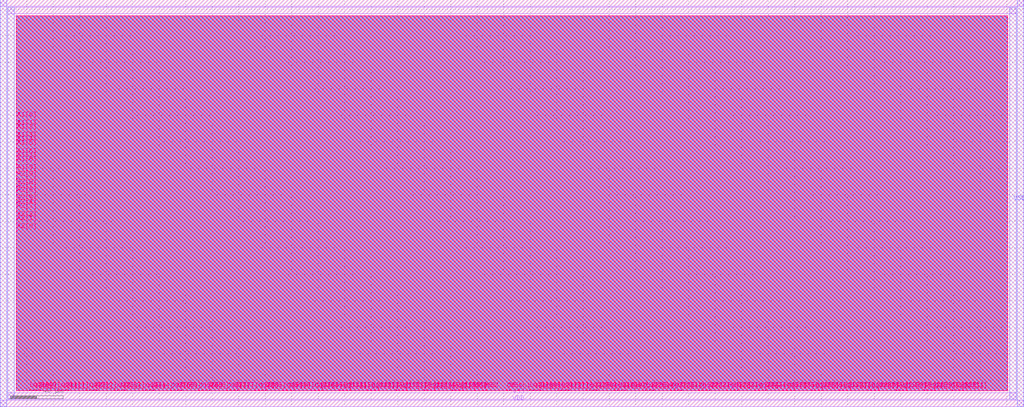
<source format=lef>
VERSION 5.6 ;
BUSBITCHARS "[]" ;
DIVIDERCHAR "/" ;

MACRO MEM2_1024X32
  CLASS BLOCK ;
  ORIGIN 0 0 ;
  FOREIGN MEM2_1024X32 0 0 ;
  SIZE 772.885 BY 307.3 ;
  SYMMETRY X Y R90 ;
  PIN A1[0]
    DIRECTION INPUT ;
    USE SIGNAL ;
    PORT
      LAYER Metal5 ;
        RECT 12 216.54 12.66 217.2 ;
      LAYER Metal6 ;
        RECT 12 216.54 12.66 217.2 ;
      LAYER Metal3 ;
        RECT 12 216.54 12.66 217.2 ;
      LAYER Metal4 ;
        RECT 12 216.54 12.66 217.2 ;
    END
  END A1[0]
  PIN A1[1]
    DIRECTION INPUT ;
    USE SIGNAL ;
    PORT
      LAYER Metal5 ;
        RECT 12 210.42 12.66 211.08 ;
      LAYER Metal6 ;
        RECT 12 210.42 12.66 211.08 ;
      LAYER Metal3 ;
        RECT 12 210.42 12.66 211.08 ;
      LAYER Metal4 ;
        RECT 12 210.42 12.66 211.08 ;
    END
  END A1[1]
  PIN A1[2]
    DIRECTION INPUT ;
    USE SIGNAL ;
    PORT
      LAYER Metal5 ;
        RECT 12 207.32 12.66 207.98 ;
      LAYER Metal6 ;
        RECT 12 207.32 12.66 207.98 ;
      LAYER Metal3 ;
        RECT 12 207.32 12.66 207.98 ;
      LAYER Metal4 ;
        RECT 12 207.32 12.66 207.98 ;
    END
  END A1[2]
  PIN A1[3]
    DIRECTION INPUT ;
    USE SIGNAL ;
    PORT
      LAYER Metal5 ;
        RECT 12 201.2 12.66 201.86 ;
      LAYER Metal6 ;
        RECT 12 201.2 12.66 201.86 ;
      LAYER Metal3 ;
        RECT 12 201.2 12.66 201.86 ;
      LAYER Metal4 ;
        RECT 12 201.2 12.66 201.86 ;
    END
  END A1[3]
  PIN A1[4]
    DIRECTION INPUT ;
    USE SIGNAL ;
    PORT
      LAYER Metal5 ;
        RECT 12 198.18 12.66 198.84 ;
      LAYER Metal6 ;
        RECT 12 198.18 12.66 198.84 ;
      LAYER Metal3 ;
        RECT 12 198.18 12.66 198.84 ;
      LAYER Metal4 ;
        RECT 12 198.18 12.66 198.84 ;
    END
  END A1[4]
  PIN A1[5]
    DIRECTION INPUT ;
    USE SIGNAL ;
    PORT
      LAYER Metal5 ;
        RECT 12 195.08 12.66 195.74 ;
      LAYER Metal6 ;
        RECT 12 195.08 12.66 195.74 ;
      LAYER Metal3 ;
        RECT 12 195.08 12.66 195.74 ;
      LAYER Metal4 ;
        RECT 12 195.08 12.66 195.74 ;
    END
  END A1[5]
  PIN A1[6]
    DIRECTION INPUT ;
    USE SIGNAL ;
    PORT
      LAYER Metal5 ;
        RECT 12 188.96 12.66 189.62 ;
      LAYER Metal6 ;
        RECT 12 188.96 12.66 189.62 ;
      LAYER Metal3 ;
        RECT 12 188.96 12.66 189.62 ;
      LAYER Metal4 ;
        RECT 12 188.96 12.66 189.62 ;
    END
  END A1[6]
  PIN A1[7]
    DIRECTION INPUT ;
    USE SIGNAL ;
    PORT
      LAYER Metal5 ;
        RECT 12 185.94 12.66 186.6 ;
      LAYER Metal6 ;
        RECT 12 185.94 12.66 186.6 ;
      LAYER Metal3 ;
        RECT 12 185.94 12.66 186.6 ;
      LAYER Metal4 ;
        RECT 12 185.94 12.66 186.6 ;
    END
  END A1[7]
  PIN A1[8]
    DIRECTION INPUT ;
    USE SIGNAL ;
    PORT
      LAYER Metal5 ;
        RECT 12 182.84 12.66 183.5 ;
      LAYER Metal6 ;
        RECT 12 182.84 12.66 183.5 ;
      LAYER Metal3 ;
        RECT 12 182.84 12.66 183.5 ;
      LAYER Metal4 ;
        RECT 12 182.84 12.66 183.5 ;
    END
  END A1[8]
  PIN A1[9]
    DIRECTION INPUT ;
    USE SIGNAL ;
    PORT
      LAYER Metal5 ;
        RECT 12 176.72 12.66 177.38 ;
      LAYER Metal6 ;
        RECT 12 176.72 12.66 177.38 ;
      LAYER Metal3 ;
        RECT 12 176.72 12.66 177.38 ;
      LAYER Metal4 ;
        RECT 12 176.72 12.66 177.38 ;
    END
  END A1[9]
  PIN A2[0]
    DIRECTION INPUT ;
    USE SIGNAL ;
    PORT
      LAYER Metal5 ;
        RECT 12 132.16 12.66 132.82 ;
      LAYER Metal6 ;
        RECT 12 132.16 12.66 132.82 ;
      LAYER Metal3 ;
        RECT 12 132.16 12.66 132.82 ;
      LAYER Metal4 ;
        RECT 12 132.16 12.66 132.82 ;
    END
  END A2[0]
  PIN A2[1]
    DIRECTION INPUT ;
    USE SIGNAL ;
    PORT
      LAYER Metal5 ;
        RECT 12 138.28 12.66 138.94 ;
      LAYER Metal6 ;
        RECT 12 138.28 12.66 138.94 ;
      LAYER Metal3 ;
        RECT 12 138.28 12.66 138.94 ;
      LAYER Metal4 ;
        RECT 12 138.28 12.66 138.94 ;
    END
  END A2[1]
  PIN A2[2]
    DIRECTION INPUT ;
    USE SIGNAL ;
    PORT
      LAYER Metal5 ;
        RECT 12 141.38 12.66 142.04 ;
      LAYER Metal6 ;
        RECT 12 141.38 12.66 142.04 ;
      LAYER Metal3 ;
        RECT 12 141.38 12.66 142.04 ;
      LAYER Metal4 ;
        RECT 12 141.38 12.66 142.04 ;
    END
  END A2[2]
  PIN A2[3]
    DIRECTION INPUT ;
    USE SIGNAL ;
    PORT
      LAYER Metal5 ;
        RECT 12 147.5 12.66 148.16 ;
      LAYER Metal6 ;
        RECT 12 147.5 12.66 148.16 ;
      LAYER Metal3 ;
        RECT 12 147.5 12.66 148.16 ;
      LAYER Metal4 ;
        RECT 12 147.5 12.66 148.16 ;
    END
  END A2[3]
  PIN A2[4]
    DIRECTION INPUT ;
    USE SIGNAL ;
    PORT
      LAYER Metal5 ;
        RECT 12 150.52 12.66 151.18 ;
      LAYER Metal6 ;
        RECT 12 150.52 12.66 151.18 ;
      LAYER Metal3 ;
        RECT 12 150.52 12.66 151.18 ;
      LAYER Metal4 ;
        RECT 12 150.52 12.66 151.18 ;
    END
  END A2[4]
  PIN A2[5]
    DIRECTION INPUT ;
    USE SIGNAL ;
    PORT
      LAYER Metal5 ;
        RECT 12 153.62 12.66 154.28 ;
      LAYER Metal6 ;
        RECT 12 153.62 12.66 154.28 ;
      LAYER Metal3 ;
        RECT 12 153.62 12.66 154.28 ;
      LAYER Metal4 ;
        RECT 12 153.62 12.66 154.28 ;
    END
  END A2[5]
  PIN A2[6]
    DIRECTION INPUT ;
    USE SIGNAL ;
    PORT
      LAYER Metal5 ;
        RECT 12 159.74 12.66 160.4 ;
      LAYER Metal6 ;
        RECT 12 159.74 12.66 160.4 ;
      LAYER Metal3 ;
        RECT 12 159.74 12.66 160.4 ;
      LAYER Metal4 ;
        RECT 12 159.74 12.66 160.4 ;
    END
  END A2[6]
  PIN A2[7]
    DIRECTION INPUT ;
    USE SIGNAL ;
    PORT
      LAYER Metal5 ;
        RECT 12 162.76 12.66 163.42 ;
      LAYER Metal6 ;
        RECT 12 162.76 12.66 163.42 ;
      LAYER Metal3 ;
        RECT 12 162.76 12.66 163.42 ;
      LAYER Metal4 ;
        RECT 12 162.76 12.66 163.42 ;
    END
  END A2[7]
  PIN A2[8]
    DIRECTION INPUT ;
    USE SIGNAL ;
    PORT
      LAYER Metal5 ;
        RECT 12 165.86 12.66 166.52 ;
      LAYER Metal6 ;
        RECT 12 165.86 12.66 166.52 ;
      LAYER Metal3 ;
        RECT 12 165.86 12.66 166.52 ;
      LAYER Metal4 ;
        RECT 12 165.86 12.66 166.52 ;
    END
  END A2[8]
  PIN A2[9]
    DIRECTION INPUT ;
    USE SIGNAL ;
    PORT
      LAYER Metal5 ;
        RECT 12 171.98 12.66 172.64 ;
      LAYER Metal6 ;
        RECT 12 171.98 12.66 172.64 ;
      LAYER Metal3 ;
        RECT 12 171.98 12.66 172.64 ;
      LAYER Metal4 ;
        RECT 12 171.98 12.66 172.64 ;
    END
  END A2[9]
  PIN CE1
    DIRECTION INPUT ;
    USE SIGNAL ;
    PORT
      LAYER Metal5 ;
        RECT 382.025 12 382.685 12.66 ;
      LAYER Metal6 ;
        RECT 382.025 12 382.685 12.66 ;
      LAYER Metal3 ;
        RECT 382.025 12 382.685 12.66 ;
      LAYER Metal4 ;
        RECT 382.025 12 382.685 12.66 ;
    END
  END CE1
  PIN CE2
    DIRECTION INPUT ;
    USE SIGNAL ;
    PORT
      LAYER Metal5 ;
        RECT 366.6 12 367.26 12.66 ;
      LAYER Metal6 ;
        RECT 366.6 12 367.26 12.66 ;
      LAYER Metal3 ;
        RECT 366.6 12 367.26 12.66 ;
      LAYER Metal4 ;
        RECT 366.6 12 367.26 12.66 ;
    END
  END CE2
  PIN CK1
    DIRECTION INPUT ;
    USE SIGNAL ;
    PORT
      LAYER Metal5 ;
        RECT 390.65 12 391.31 12.66 ;
      LAYER Metal6 ;
        RECT 390.65 12 391.31 12.66 ;
      LAYER Metal3 ;
        RECT 390.65 12 391.31 12.66 ;
      LAYER Metal4 ;
        RECT 390.65 12 391.31 12.66 ;
    END
  END CK1
  PIN CK2
    DIRECTION INPUT ;
    USE SIGNAL ;
    PORT
      LAYER Metal5 ;
        RECT 357.975 12 358.635 12.66 ;
      LAYER Metal6 ;
        RECT 357.975 12 358.635 12.66 ;
      LAYER Metal3 ;
        RECT 357.975 12 358.635 12.66 ;
      LAYER Metal4 ;
        RECT 357.975 12 358.635 12.66 ;
    END
  END CK2
  PIN D1[0]
    DIRECTION INPUT ;
    USE SIGNAL ;
    PORT
      LAYER Metal5 ;
        RECT 21.91 12 22.57 12.66 ;
      LAYER Metal6 ;
        RECT 21.91 12 22.57 12.66 ;
      LAYER Metal3 ;
        RECT 21.91 12 22.57 12.66 ;
      LAYER Metal4 ;
        RECT 21.91 12 22.57 12.66 ;
    END
  END D1[0]
  PIN D1[10]
    DIRECTION INPUT ;
    USE SIGNAL ;
    PORT
      LAYER Metal5 ;
        RECT 234.71 12 235.37 12.66 ;
      LAYER Metal6 ;
        RECT 234.71 12 235.37 12.66 ;
      LAYER Metal3 ;
        RECT 234.71 12 235.37 12.66 ;
      LAYER Metal4 ;
        RECT 234.71 12 235.37 12.66 ;
    END
  END D1[10]
  PIN D1[11]
    DIRECTION INPUT ;
    USE SIGNAL ;
    PORT
      LAYER Metal5 ;
        RECT 264.03 12 264.69 12.66 ;
      LAYER Metal6 ;
        RECT 264.03 12 264.69 12.66 ;
      LAYER Metal3 ;
        RECT 264.03 12 264.69 12.66 ;
      LAYER Metal4 ;
        RECT 264.03 12 264.69 12.66 ;
    END
  END D1[11]
  PIN D1[12]
    DIRECTION INPUT ;
    USE SIGNAL ;
    PORT
      LAYER Metal5 ;
        RECT 277.27 12 277.93 12.66 ;
      LAYER Metal6 ;
        RECT 277.27 12 277.93 12.66 ;
      LAYER Metal3 ;
        RECT 277.27 12 277.93 12.66 ;
      LAYER Metal4 ;
        RECT 277.27 12 277.93 12.66 ;
    END
  END D1[12]
  PIN D1[13]
    DIRECTION INPUT ;
    USE SIGNAL ;
    PORT
      LAYER Metal5 ;
        RECT 306.59 12 307.25 12.66 ;
      LAYER Metal6 ;
        RECT 306.59 12 307.25 12.66 ;
      LAYER Metal3 ;
        RECT 306.59 12 307.25 12.66 ;
      LAYER Metal4 ;
        RECT 306.59 12 307.25 12.66 ;
    END
  END D1[13]
  PIN D1[14]
    DIRECTION INPUT ;
    USE SIGNAL ;
    PORT
      LAYER Metal5 ;
        RECT 319.83 12 320.49 12.66 ;
      LAYER Metal6 ;
        RECT 319.83 12 320.49 12.66 ;
      LAYER Metal3 ;
        RECT 319.83 12 320.49 12.66 ;
      LAYER Metal4 ;
        RECT 319.83 12 320.49 12.66 ;
    END
  END D1[14]
  PIN D1[15]
    DIRECTION INPUT ;
    USE SIGNAL ;
    PORT
      LAYER Metal5 ;
        RECT 349.15 12 349.81 12.66 ;
      LAYER Metal6 ;
        RECT 349.15 12 349.81 12.66 ;
      LAYER Metal3 ;
        RECT 349.15 12 349.81 12.66 ;
      LAYER Metal4 ;
        RECT 349.15 12 349.81 12.66 ;
    END
  END D1[15]
  PIN D1[16]
    DIRECTION INPUT ;
    USE SIGNAL ;
    PORT
      LAYER Metal5 ;
        RECT 399.475 12 400.135 12.66 ;
      LAYER Metal6 ;
        RECT 399.475 12 400.135 12.66 ;
      LAYER Metal3 ;
        RECT 399.475 12 400.135 12.66 ;
      LAYER Metal4 ;
        RECT 399.475 12 400.135 12.66 ;
    END
  END D1[16]
  PIN D1[17]
    DIRECTION INPUT ;
    USE SIGNAL ;
    PORT
      LAYER Metal5 ;
        RECT 428.795 12 429.455 12.66 ;
      LAYER Metal6 ;
        RECT 428.795 12 429.455 12.66 ;
      LAYER Metal3 ;
        RECT 428.795 12 429.455 12.66 ;
      LAYER Metal4 ;
        RECT 428.795 12 429.455 12.66 ;
    END
  END D1[17]
  PIN D1[18]
    DIRECTION INPUT ;
    USE SIGNAL ;
    PORT
      LAYER Metal5 ;
        RECT 442.035 12 442.695 12.66 ;
      LAYER Metal6 ;
        RECT 442.035 12 442.695 12.66 ;
      LAYER Metal3 ;
        RECT 442.035 12 442.695 12.66 ;
      LAYER Metal4 ;
        RECT 442.035 12 442.695 12.66 ;
    END
  END D1[18]
  PIN D1[19]
    DIRECTION INPUT ;
    USE SIGNAL ;
    PORT
      LAYER Metal5 ;
        RECT 471.355 12 472.015 12.66 ;
      LAYER Metal6 ;
        RECT 471.355 12 472.015 12.66 ;
      LAYER Metal3 ;
        RECT 471.355 12 472.015 12.66 ;
      LAYER Metal4 ;
        RECT 471.355 12 472.015 12.66 ;
    END
  END D1[19]
  PIN D1[1]
    DIRECTION INPUT ;
    USE SIGNAL ;
    PORT
      LAYER Metal5 ;
        RECT 51.23 12 51.89 12.66 ;
      LAYER Metal6 ;
        RECT 51.23 12 51.89 12.66 ;
      LAYER Metal3 ;
        RECT 51.23 12 51.89 12.66 ;
      LAYER Metal4 ;
        RECT 51.23 12 51.89 12.66 ;
    END
  END D1[1]
  PIN D1[20]
    DIRECTION INPUT ;
    USE SIGNAL ;
    PORT
      LAYER Metal5 ;
        RECT 484.595 12 485.255 12.66 ;
      LAYER Metal6 ;
        RECT 484.595 12 485.255 12.66 ;
      LAYER Metal3 ;
        RECT 484.595 12 485.255 12.66 ;
      LAYER Metal4 ;
        RECT 484.595 12 485.255 12.66 ;
    END
  END D1[20]
  PIN D1[21]
    DIRECTION INPUT ;
    USE SIGNAL ;
    PORT
      LAYER Metal5 ;
        RECT 513.915 12 514.575 12.66 ;
      LAYER Metal6 ;
        RECT 513.915 12 514.575 12.66 ;
      LAYER Metal3 ;
        RECT 513.915 12 514.575 12.66 ;
      LAYER Metal4 ;
        RECT 513.915 12 514.575 12.66 ;
    END
  END D1[21]
  PIN D1[22]
    DIRECTION INPUT ;
    USE SIGNAL ;
    PORT
      LAYER Metal5 ;
        RECT 527.155 12 527.815 12.66 ;
      LAYER Metal6 ;
        RECT 527.155 12 527.815 12.66 ;
      LAYER Metal3 ;
        RECT 527.155 12 527.815 12.66 ;
      LAYER Metal4 ;
        RECT 527.155 12 527.815 12.66 ;
    END
  END D1[22]
  PIN D1[23]
    DIRECTION INPUT ;
    USE SIGNAL ;
    PORT
      LAYER Metal5 ;
        RECT 556.475 12 557.135 12.66 ;
      LAYER Metal6 ;
        RECT 556.475 12 557.135 12.66 ;
      LAYER Metal3 ;
        RECT 556.475 12 557.135 12.66 ;
      LAYER Metal4 ;
        RECT 556.475 12 557.135 12.66 ;
    END
  END D1[23]
  PIN D1[24]
    DIRECTION INPUT ;
    USE SIGNAL ;
    PORT
      LAYER Metal5 ;
        RECT 569.715 12 570.375 12.66 ;
      LAYER Metal6 ;
        RECT 569.715 12 570.375 12.66 ;
      LAYER Metal3 ;
        RECT 569.715 12 570.375 12.66 ;
      LAYER Metal4 ;
        RECT 569.715 12 570.375 12.66 ;
    END
  END D1[24]
  PIN D1[25]
    DIRECTION INPUT ;
    USE SIGNAL ;
    PORT
      LAYER Metal5 ;
        RECT 599.035 12 599.695 12.66 ;
      LAYER Metal6 ;
        RECT 599.035 12 599.695 12.66 ;
      LAYER Metal3 ;
        RECT 599.035 12 599.695 12.66 ;
      LAYER Metal4 ;
        RECT 599.035 12 599.695 12.66 ;
    END
  END D1[25]
  PIN D1[26]
    DIRECTION INPUT ;
    USE SIGNAL ;
    PORT
      LAYER Metal5 ;
        RECT 612.275 12 612.935 12.66 ;
      LAYER Metal6 ;
        RECT 612.275 12 612.935 12.66 ;
      LAYER Metal3 ;
        RECT 612.275 12 612.935 12.66 ;
      LAYER Metal4 ;
        RECT 612.275 12 612.935 12.66 ;
    END
  END D1[26]
  PIN D1[27]
    DIRECTION INPUT ;
    USE SIGNAL ;
    PORT
      LAYER Metal5 ;
        RECT 641.595 12 642.255 12.66 ;
      LAYER Metal6 ;
        RECT 641.595 12 642.255 12.66 ;
      LAYER Metal3 ;
        RECT 641.595 12 642.255 12.66 ;
      LAYER Metal4 ;
        RECT 641.595 12 642.255 12.66 ;
    END
  END D1[27]
  PIN D1[28]
    DIRECTION INPUT ;
    USE SIGNAL ;
    PORT
      LAYER Metal5 ;
        RECT 654.835 12 655.495 12.66 ;
      LAYER Metal6 ;
        RECT 654.835 12 655.495 12.66 ;
      LAYER Metal3 ;
        RECT 654.835 12 655.495 12.66 ;
      LAYER Metal4 ;
        RECT 654.835 12 655.495 12.66 ;
    END
  END D1[28]
  PIN D1[29]
    DIRECTION INPUT ;
    USE SIGNAL ;
    PORT
      LAYER Metal5 ;
        RECT 684.155 12 684.815 12.66 ;
      LAYER Metal6 ;
        RECT 684.155 12 684.815 12.66 ;
      LAYER Metal3 ;
        RECT 684.155 12 684.815 12.66 ;
      LAYER Metal4 ;
        RECT 684.155 12 684.815 12.66 ;
    END
  END D1[29]
  PIN D1[2]
    DIRECTION INPUT ;
    USE SIGNAL ;
    PORT
      LAYER Metal5 ;
        RECT 64.47 12 65.13 12.66 ;
      LAYER Metal6 ;
        RECT 64.47 12 65.13 12.66 ;
      LAYER Metal3 ;
        RECT 64.47 12 65.13 12.66 ;
      LAYER Metal4 ;
        RECT 64.47 12 65.13 12.66 ;
    END
  END D1[2]
  PIN D1[30]
    DIRECTION INPUT ;
    USE SIGNAL ;
    PORT
      LAYER Metal5 ;
        RECT 697.395 12 698.055 12.66 ;
      LAYER Metal6 ;
        RECT 697.395 12 698.055 12.66 ;
      LAYER Metal3 ;
        RECT 697.395 12 698.055 12.66 ;
      LAYER Metal4 ;
        RECT 697.395 12 698.055 12.66 ;
    END
  END D1[30]
  PIN D1[31]
    DIRECTION INPUT ;
    USE SIGNAL ;
    PORT
      LAYER Metal5 ;
        RECT 726.715 12 727.375 12.66 ;
      LAYER Metal6 ;
        RECT 726.715 12 727.375 12.66 ;
      LAYER Metal3 ;
        RECT 726.715 12 727.375 12.66 ;
      LAYER Metal4 ;
        RECT 726.715 12 727.375 12.66 ;
    END
  END D1[31]
  PIN D1[3]
    DIRECTION INPUT ;
    USE SIGNAL ;
    PORT
      LAYER Metal5 ;
        RECT 93.79 12 94.45 12.66 ;
      LAYER Metal6 ;
        RECT 93.79 12 94.45 12.66 ;
      LAYER Metal3 ;
        RECT 93.79 12 94.45 12.66 ;
      LAYER Metal4 ;
        RECT 93.79 12 94.45 12.66 ;
    END
  END D1[3]
  PIN D1[4]
    DIRECTION INPUT ;
    USE SIGNAL ;
    PORT
      LAYER Metal5 ;
        RECT 107.03 12 107.69 12.66 ;
      LAYER Metal6 ;
        RECT 107.03 12 107.69 12.66 ;
      LAYER Metal3 ;
        RECT 107.03 12 107.69 12.66 ;
      LAYER Metal4 ;
        RECT 107.03 12 107.69 12.66 ;
    END
  END D1[4]
  PIN D1[5]
    DIRECTION INPUT ;
    USE SIGNAL ;
    PORT
      LAYER Metal5 ;
        RECT 136.35 12 137.01 12.66 ;
      LAYER Metal6 ;
        RECT 136.35 12 137.01 12.66 ;
      LAYER Metal3 ;
        RECT 136.35 12 137.01 12.66 ;
      LAYER Metal4 ;
        RECT 136.35 12 137.01 12.66 ;
    END
  END D1[5]
  PIN D1[6]
    DIRECTION INPUT ;
    USE SIGNAL ;
    PORT
      LAYER Metal5 ;
        RECT 149.59 12 150.25 12.66 ;
      LAYER Metal6 ;
        RECT 149.59 12 150.25 12.66 ;
      LAYER Metal3 ;
        RECT 149.59 12 150.25 12.66 ;
      LAYER Metal4 ;
        RECT 149.59 12 150.25 12.66 ;
    END
  END D1[6]
  PIN D1[7]
    DIRECTION INPUT ;
    USE SIGNAL ;
    PORT
      LAYER Metal5 ;
        RECT 178.91 12 179.57 12.66 ;
      LAYER Metal6 ;
        RECT 178.91 12 179.57 12.66 ;
      LAYER Metal3 ;
        RECT 178.91 12 179.57 12.66 ;
      LAYER Metal4 ;
        RECT 178.91 12 179.57 12.66 ;
    END
  END D1[7]
  PIN D1[8]
    DIRECTION INPUT ;
    USE SIGNAL ;
    PORT
      LAYER Metal5 ;
        RECT 192.15 12 192.81 12.66 ;
      LAYER Metal6 ;
        RECT 192.15 12 192.81 12.66 ;
      LAYER Metal3 ;
        RECT 192.15 12 192.81 12.66 ;
      LAYER Metal4 ;
        RECT 192.15 12 192.81 12.66 ;
    END
  END D1[8]
  PIN D1[9]
    DIRECTION INPUT ;
    USE SIGNAL ;
    PORT
      LAYER Metal5 ;
        RECT 221.47 12 222.13 12.66 ;
      LAYER Metal6 ;
        RECT 221.47 12 222.13 12.66 ;
      LAYER Metal3 ;
        RECT 221.47 12 222.13 12.66 ;
      LAYER Metal4 ;
        RECT 221.47 12 222.13 12.66 ;
    END
  END D1[9]
  PIN D2[0]
    DIRECTION INPUT ;
    USE SIGNAL ;
    PORT
      LAYER Metal5 ;
        RECT 29.95 12 30.61 12.66 ;
      LAYER Metal6 ;
        RECT 29.95 12 30.61 12.66 ;
      LAYER Metal3 ;
        RECT 29.95 12 30.61 12.66 ;
      LAYER Metal4 ;
        RECT 29.95 12 30.61 12.66 ;
    END
  END D2[0]
  PIN D2[10]
    DIRECTION INPUT ;
    USE SIGNAL ;
    PORT
      LAYER Metal5 ;
        RECT 242.75 12 243.41 12.66 ;
      LAYER Metal6 ;
        RECT 242.75 12 243.41 12.66 ;
      LAYER Metal3 ;
        RECT 242.75 12 243.41 12.66 ;
      LAYER Metal4 ;
        RECT 242.75 12 243.41 12.66 ;
    END
  END D2[10]
  PIN D2[11]
    DIRECTION INPUT ;
    USE SIGNAL ;
    PORT
      LAYER Metal5 ;
        RECT 255.99 12 256.65 12.66 ;
      LAYER Metal6 ;
        RECT 255.99 12 256.65 12.66 ;
      LAYER Metal3 ;
        RECT 255.99 12 256.65 12.66 ;
      LAYER Metal4 ;
        RECT 255.99 12 256.65 12.66 ;
    END
  END D2[11]
  PIN D2[12]
    DIRECTION INPUT ;
    USE SIGNAL ;
    PORT
      LAYER Metal5 ;
        RECT 285.31 12 285.97 12.66 ;
      LAYER Metal6 ;
        RECT 285.31 12 285.97 12.66 ;
      LAYER Metal3 ;
        RECT 285.31 12 285.97 12.66 ;
      LAYER Metal4 ;
        RECT 285.31 12 285.97 12.66 ;
    END
  END D2[12]
  PIN D2[13]
    DIRECTION INPUT ;
    USE SIGNAL ;
    PORT
      LAYER Metal5 ;
        RECT 298.55 12 299.21 12.66 ;
      LAYER Metal6 ;
        RECT 298.55 12 299.21 12.66 ;
      LAYER Metal3 ;
        RECT 298.55 12 299.21 12.66 ;
      LAYER Metal4 ;
        RECT 298.55 12 299.21 12.66 ;
    END
  END D2[13]
  PIN D2[14]
    DIRECTION INPUT ;
    USE SIGNAL ;
    PORT
      LAYER Metal5 ;
        RECT 327.87 12 328.53 12.66 ;
      LAYER Metal6 ;
        RECT 327.87 12 328.53 12.66 ;
      LAYER Metal3 ;
        RECT 327.87 12 328.53 12.66 ;
      LAYER Metal4 ;
        RECT 327.87 12 328.53 12.66 ;
    END
  END D2[14]
  PIN D2[15]
    DIRECTION INPUT ;
    USE SIGNAL ;
    PORT
      LAYER Metal5 ;
        RECT 341.11 12 341.77 12.66 ;
      LAYER Metal6 ;
        RECT 341.11 12 341.77 12.66 ;
      LAYER Metal3 ;
        RECT 341.11 12 341.77 12.66 ;
      LAYER Metal4 ;
        RECT 341.11 12 341.77 12.66 ;
    END
  END D2[15]
  PIN D2[16]
    DIRECTION INPUT ;
    USE SIGNAL ;
    PORT
      LAYER Metal5 ;
        RECT 407.515 12 408.175 12.66 ;
      LAYER Metal6 ;
        RECT 407.515 12 408.175 12.66 ;
      LAYER Metal3 ;
        RECT 407.515 12 408.175 12.66 ;
      LAYER Metal4 ;
        RECT 407.515 12 408.175 12.66 ;
    END
  END D2[16]
  PIN D2[17]
    DIRECTION INPUT ;
    USE SIGNAL ;
    PORT
      LAYER Metal5 ;
        RECT 420.755 12 421.415 12.66 ;
      LAYER Metal6 ;
        RECT 420.755 12 421.415 12.66 ;
      LAYER Metal3 ;
        RECT 420.755 12 421.415 12.66 ;
      LAYER Metal4 ;
        RECT 420.755 12 421.415 12.66 ;
    END
  END D2[17]
  PIN D2[18]
    DIRECTION INPUT ;
    USE SIGNAL ;
    PORT
      LAYER Metal5 ;
        RECT 450.075 12 450.735 12.66 ;
      LAYER Metal6 ;
        RECT 450.075 12 450.735 12.66 ;
      LAYER Metal3 ;
        RECT 450.075 12 450.735 12.66 ;
      LAYER Metal4 ;
        RECT 450.075 12 450.735 12.66 ;
    END
  END D2[18]
  PIN D2[19]
    DIRECTION INPUT ;
    USE SIGNAL ;
    PORT
      LAYER Metal5 ;
        RECT 463.315 12 463.975 12.66 ;
      LAYER Metal6 ;
        RECT 463.315 12 463.975 12.66 ;
      LAYER Metal3 ;
        RECT 463.315 12 463.975 12.66 ;
      LAYER Metal4 ;
        RECT 463.315 12 463.975 12.66 ;
    END
  END D2[19]
  PIN D2[1]
    DIRECTION INPUT ;
    USE SIGNAL ;
    PORT
      LAYER Metal5 ;
        RECT 43.19 12 43.85 12.66 ;
      LAYER Metal6 ;
        RECT 43.19 12 43.85 12.66 ;
      LAYER Metal3 ;
        RECT 43.19 12 43.85 12.66 ;
      LAYER Metal4 ;
        RECT 43.19 12 43.85 12.66 ;
    END
  END D2[1]
  PIN D2[20]
    DIRECTION INPUT ;
    USE SIGNAL ;
    PORT
      LAYER Metal5 ;
        RECT 492.635 12 493.295 12.66 ;
      LAYER Metal6 ;
        RECT 492.635 12 493.295 12.66 ;
      LAYER Metal3 ;
        RECT 492.635 12 493.295 12.66 ;
      LAYER Metal4 ;
        RECT 492.635 12 493.295 12.66 ;
    END
  END D2[20]
  PIN D2[21]
    DIRECTION INPUT ;
    USE SIGNAL ;
    PORT
      LAYER Metal5 ;
        RECT 505.875 12 506.535 12.66 ;
      LAYER Metal6 ;
        RECT 505.875 12 506.535 12.66 ;
      LAYER Metal3 ;
        RECT 505.875 12 506.535 12.66 ;
      LAYER Metal4 ;
        RECT 505.875 12 506.535 12.66 ;
    END
  END D2[21]
  PIN D2[22]
    DIRECTION INPUT ;
    USE SIGNAL ;
    PORT
      LAYER Metal5 ;
        RECT 535.195 12 535.855 12.66 ;
      LAYER Metal6 ;
        RECT 535.195 12 535.855 12.66 ;
      LAYER Metal3 ;
        RECT 535.195 12 535.855 12.66 ;
      LAYER Metal4 ;
        RECT 535.195 12 535.855 12.66 ;
    END
  END D2[22]
  PIN D2[23]
    DIRECTION INPUT ;
    USE SIGNAL ;
    PORT
      LAYER Metal5 ;
        RECT 548.435 12 549.095 12.66 ;
      LAYER Metal6 ;
        RECT 548.435 12 549.095 12.66 ;
      LAYER Metal3 ;
        RECT 548.435 12 549.095 12.66 ;
      LAYER Metal4 ;
        RECT 548.435 12 549.095 12.66 ;
    END
  END D2[23]
  PIN D2[24]
    DIRECTION INPUT ;
    USE SIGNAL ;
    PORT
      LAYER Metal5 ;
        RECT 577.755 12 578.415 12.66 ;
      LAYER Metal6 ;
        RECT 577.755 12 578.415 12.66 ;
      LAYER Metal3 ;
        RECT 577.755 12 578.415 12.66 ;
      LAYER Metal4 ;
        RECT 577.755 12 578.415 12.66 ;
    END
  END D2[24]
  PIN D2[25]
    DIRECTION INPUT ;
    USE SIGNAL ;
    PORT
      LAYER Metal5 ;
        RECT 590.995 12 591.655 12.66 ;
      LAYER Metal6 ;
        RECT 590.995 12 591.655 12.66 ;
      LAYER Metal3 ;
        RECT 590.995 12 591.655 12.66 ;
      LAYER Metal4 ;
        RECT 590.995 12 591.655 12.66 ;
    END
  END D2[25]
  PIN D2[26]
    DIRECTION INPUT ;
    USE SIGNAL ;
    PORT
      LAYER Metal5 ;
        RECT 620.315 12 620.975 12.66 ;
      LAYER Metal6 ;
        RECT 620.315 12 620.975 12.66 ;
      LAYER Metal3 ;
        RECT 620.315 12 620.975 12.66 ;
      LAYER Metal4 ;
        RECT 620.315 12 620.975 12.66 ;
    END
  END D2[26]
  PIN D2[27]
    DIRECTION INPUT ;
    USE SIGNAL ;
    PORT
      LAYER Metal5 ;
        RECT 633.555 12 634.215 12.66 ;
      LAYER Metal6 ;
        RECT 633.555 12 634.215 12.66 ;
      LAYER Metal3 ;
        RECT 633.555 12 634.215 12.66 ;
      LAYER Metal4 ;
        RECT 633.555 12 634.215 12.66 ;
    END
  END D2[27]
  PIN D2[28]
    DIRECTION INPUT ;
    USE SIGNAL ;
    PORT
      LAYER Metal5 ;
        RECT 662.875 12 663.535 12.66 ;
      LAYER Metal6 ;
        RECT 662.875 12 663.535 12.66 ;
      LAYER Metal3 ;
        RECT 662.875 12 663.535 12.66 ;
      LAYER Metal4 ;
        RECT 662.875 12 663.535 12.66 ;
    END
  END D2[28]
  PIN D2[29]
    DIRECTION INPUT ;
    USE SIGNAL ;
    PORT
      LAYER Metal5 ;
        RECT 676.115 12 676.775 12.66 ;
      LAYER Metal6 ;
        RECT 676.115 12 676.775 12.66 ;
      LAYER Metal3 ;
        RECT 676.115 12 676.775 12.66 ;
      LAYER Metal4 ;
        RECT 676.115 12 676.775 12.66 ;
    END
  END D2[29]
  PIN D2[2]
    DIRECTION INPUT ;
    USE SIGNAL ;
    PORT
      LAYER Metal5 ;
        RECT 72.51 12 73.17 12.66 ;
      LAYER Metal6 ;
        RECT 72.51 12 73.17 12.66 ;
      LAYER Metal3 ;
        RECT 72.51 12 73.17 12.66 ;
      LAYER Metal4 ;
        RECT 72.51 12 73.17 12.66 ;
    END
  END D2[2]
  PIN D2[30]
    DIRECTION INPUT ;
    USE SIGNAL ;
    PORT
      LAYER Metal5 ;
        RECT 705.435 12 706.095 12.66 ;
      LAYER Metal6 ;
        RECT 705.435 12 706.095 12.66 ;
      LAYER Metal3 ;
        RECT 705.435 12 706.095 12.66 ;
      LAYER Metal4 ;
        RECT 705.435 12 706.095 12.66 ;
    END
  END D2[30]
  PIN D2[31]
    DIRECTION INPUT ;
    USE SIGNAL ;
    PORT
      LAYER Metal5 ;
        RECT 718.675 12 719.335 12.66 ;
      LAYER Metal6 ;
        RECT 718.675 12 719.335 12.66 ;
      LAYER Metal3 ;
        RECT 718.675 12 719.335 12.66 ;
      LAYER Metal4 ;
        RECT 718.675 12 719.335 12.66 ;
    END
  END D2[31]
  PIN D2[3]
    DIRECTION INPUT ;
    USE SIGNAL ;
    PORT
      LAYER Metal5 ;
        RECT 85.75 12 86.41 12.66 ;
      LAYER Metal6 ;
        RECT 85.75 12 86.41 12.66 ;
      LAYER Metal3 ;
        RECT 85.75 12 86.41 12.66 ;
      LAYER Metal4 ;
        RECT 85.75 12 86.41 12.66 ;
    END
  END D2[3]
  PIN D2[4]
    DIRECTION INPUT ;
    USE SIGNAL ;
    PORT
      LAYER Metal5 ;
        RECT 115.07 12 115.73 12.66 ;
      LAYER Metal6 ;
        RECT 115.07 12 115.73 12.66 ;
      LAYER Metal3 ;
        RECT 115.07 12 115.73 12.66 ;
      LAYER Metal4 ;
        RECT 115.07 12 115.73 12.66 ;
    END
  END D2[4]
  PIN D2[5]
    DIRECTION INPUT ;
    USE SIGNAL ;
    PORT
      LAYER Metal5 ;
        RECT 128.31 12 128.97 12.66 ;
      LAYER Metal6 ;
        RECT 128.31 12 128.97 12.66 ;
      LAYER Metal3 ;
        RECT 128.31 12 128.97 12.66 ;
      LAYER Metal4 ;
        RECT 128.31 12 128.97 12.66 ;
    END
  END D2[5]
  PIN D2[6]
    DIRECTION INPUT ;
    USE SIGNAL ;
    PORT
      LAYER Metal5 ;
        RECT 157.63 12 158.29 12.66 ;
      LAYER Metal6 ;
        RECT 157.63 12 158.29 12.66 ;
      LAYER Metal3 ;
        RECT 157.63 12 158.29 12.66 ;
      LAYER Metal4 ;
        RECT 157.63 12 158.29 12.66 ;
    END
  END D2[6]
  PIN D2[7]
    DIRECTION INPUT ;
    USE SIGNAL ;
    PORT
      LAYER Metal5 ;
        RECT 170.87 12 171.53 12.66 ;
      LAYER Metal6 ;
        RECT 170.87 12 171.53 12.66 ;
      LAYER Metal3 ;
        RECT 170.87 12 171.53 12.66 ;
      LAYER Metal4 ;
        RECT 170.87 12 171.53 12.66 ;
    END
  END D2[7]
  PIN D2[8]
    DIRECTION INPUT ;
    USE SIGNAL ;
    PORT
      LAYER Metal5 ;
        RECT 200.19 12 200.85 12.66 ;
      LAYER Metal6 ;
        RECT 200.19 12 200.85 12.66 ;
      LAYER Metal3 ;
        RECT 200.19 12 200.85 12.66 ;
      LAYER Metal4 ;
        RECT 200.19 12 200.85 12.66 ;
    END
  END D2[8]
  PIN D2[9]
    DIRECTION INPUT ;
    USE SIGNAL ;
    PORT
      LAYER Metal5 ;
        RECT 213.43 12 214.09 12.66 ;
      LAYER Metal6 ;
        RECT 213.43 12 214.09 12.66 ;
      LAYER Metal3 ;
        RECT 213.43 12 214.09 12.66 ;
      LAYER Metal4 ;
        RECT 213.43 12 214.09 12.66 ;
    END
  END D2[9]
  PIN Q1[0]
    DIRECTION OUTPUT ;
    USE SIGNAL ;
    PORT
      LAYER Metal5 ;
        RECT 24.49 12 25.15 12.66 ;
      LAYER Metal6 ;
        RECT 24.49 12 25.15 12.66 ;
      LAYER Metal3 ;
        RECT 24.49 12 25.15 12.66 ;
      LAYER Metal4 ;
        RECT 24.49 12 25.15 12.66 ;
    END
  END Q1[0]
  PIN Q1[10]
    DIRECTION OUTPUT ;
    USE SIGNAL ;
    PORT
      LAYER Metal5 ;
        RECT 237.29 12 237.95 12.66 ;
      LAYER Metal6 ;
        RECT 237.29 12 237.95 12.66 ;
      LAYER Metal3 ;
        RECT 237.29 12 237.95 12.66 ;
      LAYER Metal4 ;
        RECT 237.29 12 237.95 12.66 ;
    END
  END Q1[10]
  PIN Q1[11]
    DIRECTION OUTPUT ;
    USE SIGNAL ;
    PORT
      LAYER Metal5 ;
        RECT 261.45 12 262.11 12.66 ;
      LAYER Metal6 ;
        RECT 261.45 12 262.11 12.66 ;
      LAYER Metal3 ;
        RECT 261.45 12 262.11 12.66 ;
      LAYER Metal4 ;
        RECT 261.45 12 262.11 12.66 ;
    END
  END Q1[11]
  PIN Q1[12]
    DIRECTION OUTPUT ;
    USE SIGNAL ;
    PORT
      LAYER Metal5 ;
        RECT 279.85 12 280.51 12.66 ;
      LAYER Metal6 ;
        RECT 279.85 12 280.51 12.66 ;
      LAYER Metal3 ;
        RECT 279.85 12 280.51 12.66 ;
      LAYER Metal4 ;
        RECT 279.85 12 280.51 12.66 ;
    END
  END Q1[12]
  PIN Q1[13]
    DIRECTION OUTPUT ;
    USE SIGNAL ;
    PORT
      LAYER Metal5 ;
        RECT 304.01 12 304.67 12.66 ;
      LAYER Metal6 ;
        RECT 304.01 12 304.67 12.66 ;
      LAYER Metal3 ;
        RECT 304.01 12 304.67 12.66 ;
      LAYER Metal4 ;
        RECT 304.01 12 304.67 12.66 ;
    END
  END Q1[13]
  PIN Q1[14]
    DIRECTION OUTPUT ;
    USE SIGNAL ;
    PORT
      LAYER Metal5 ;
        RECT 322.41 12 323.07 12.66 ;
      LAYER Metal6 ;
        RECT 322.41 12 323.07 12.66 ;
      LAYER Metal3 ;
        RECT 322.41 12 323.07 12.66 ;
      LAYER Metal4 ;
        RECT 322.41 12 323.07 12.66 ;
    END
  END Q1[14]
  PIN Q1[15]
    DIRECTION OUTPUT ;
    USE SIGNAL ;
    PORT
      LAYER Metal5 ;
        RECT 346.57 12 347.23 12.66 ;
      LAYER Metal6 ;
        RECT 346.57 12 347.23 12.66 ;
      LAYER Metal3 ;
        RECT 346.57 12 347.23 12.66 ;
      LAYER Metal4 ;
        RECT 346.57 12 347.23 12.66 ;
    END
  END Q1[15]
  PIN Q1[16]
    DIRECTION OUTPUT ;
    USE SIGNAL ;
    PORT
      LAYER Metal5 ;
        RECT 402.055 12 402.715 12.66 ;
      LAYER Metal6 ;
        RECT 402.055 12 402.715 12.66 ;
      LAYER Metal3 ;
        RECT 402.055 12 402.715 12.66 ;
      LAYER Metal4 ;
        RECT 402.055 12 402.715 12.66 ;
    END
  END Q1[16]
  PIN Q1[17]
    DIRECTION OUTPUT ;
    USE SIGNAL ;
    PORT
      LAYER Metal5 ;
        RECT 426.215 12 426.875 12.66 ;
      LAYER Metal6 ;
        RECT 426.215 12 426.875 12.66 ;
      LAYER Metal3 ;
        RECT 426.215 12 426.875 12.66 ;
      LAYER Metal4 ;
        RECT 426.215 12 426.875 12.66 ;
    END
  END Q1[17]
  PIN Q1[18]
    DIRECTION OUTPUT ;
    USE SIGNAL ;
    PORT
      LAYER Metal5 ;
        RECT 444.615 12 445.275 12.66 ;
      LAYER Metal6 ;
        RECT 444.615 12 445.275 12.66 ;
      LAYER Metal3 ;
        RECT 444.615 12 445.275 12.66 ;
      LAYER Metal4 ;
        RECT 444.615 12 445.275 12.66 ;
    END
  END Q1[18]
  PIN Q1[19]
    DIRECTION OUTPUT ;
    USE SIGNAL ;
    PORT
      LAYER Metal5 ;
        RECT 468.775 12 469.435 12.66 ;
      LAYER Metal6 ;
        RECT 468.775 12 469.435 12.66 ;
      LAYER Metal3 ;
        RECT 468.775 12 469.435 12.66 ;
      LAYER Metal4 ;
        RECT 468.775 12 469.435 12.66 ;
    END
  END Q1[19]
  PIN Q1[1]
    DIRECTION OUTPUT ;
    USE SIGNAL ;
    PORT
      LAYER Metal5 ;
        RECT 48.65 12 49.31 12.66 ;
      LAYER Metal6 ;
        RECT 48.65 12 49.31 12.66 ;
      LAYER Metal3 ;
        RECT 48.65 12 49.31 12.66 ;
      LAYER Metal4 ;
        RECT 48.65 12 49.31 12.66 ;
    END
  END Q1[1]
  PIN Q1[20]
    DIRECTION OUTPUT ;
    USE SIGNAL ;
    PORT
      LAYER Metal5 ;
        RECT 487.175 12 487.835 12.66 ;
      LAYER Metal6 ;
        RECT 487.175 12 487.835 12.66 ;
      LAYER Metal3 ;
        RECT 487.175 12 487.835 12.66 ;
      LAYER Metal4 ;
        RECT 487.175 12 487.835 12.66 ;
    END
  END Q1[20]
  PIN Q1[21]
    DIRECTION OUTPUT ;
    USE SIGNAL ;
    PORT
      LAYER Metal5 ;
        RECT 511.335 12 511.995 12.66 ;
      LAYER Metal6 ;
        RECT 511.335 12 511.995 12.66 ;
      LAYER Metal3 ;
        RECT 511.335 12 511.995 12.66 ;
      LAYER Metal4 ;
        RECT 511.335 12 511.995 12.66 ;
    END
  END Q1[21]
  PIN Q1[22]
    DIRECTION OUTPUT ;
    USE SIGNAL ;
    PORT
      LAYER Metal5 ;
        RECT 529.735 12 530.395 12.66 ;
      LAYER Metal6 ;
        RECT 529.735 12 530.395 12.66 ;
      LAYER Metal3 ;
        RECT 529.735 12 530.395 12.66 ;
      LAYER Metal4 ;
        RECT 529.735 12 530.395 12.66 ;
    END
  END Q1[22]
  PIN Q1[23]
    DIRECTION OUTPUT ;
    USE SIGNAL ;
    PORT
      LAYER Metal5 ;
        RECT 553.895 12 554.555 12.66 ;
      LAYER Metal6 ;
        RECT 553.895 12 554.555 12.66 ;
      LAYER Metal3 ;
        RECT 553.895 12 554.555 12.66 ;
      LAYER Metal4 ;
        RECT 553.895 12 554.555 12.66 ;
    END
  END Q1[23]
  PIN Q1[24]
    DIRECTION OUTPUT ;
    USE SIGNAL ;
    PORT
      LAYER Metal5 ;
        RECT 572.295 12 572.955 12.66 ;
      LAYER Metal6 ;
        RECT 572.295 12 572.955 12.66 ;
      LAYER Metal3 ;
        RECT 572.295 12 572.955 12.66 ;
      LAYER Metal4 ;
        RECT 572.295 12 572.955 12.66 ;
    END
  END Q1[24]
  PIN Q1[25]
    DIRECTION OUTPUT ;
    USE SIGNAL ;
    PORT
      LAYER Metal5 ;
        RECT 596.455 12 597.115 12.66 ;
      LAYER Metal6 ;
        RECT 596.455 12 597.115 12.66 ;
      LAYER Metal3 ;
        RECT 596.455 12 597.115 12.66 ;
      LAYER Metal4 ;
        RECT 596.455 12 597.115 12.66 ;
    END
  END Q1[25]
  PIN Q1[26]
    DIRECTION OUTPUT ;
    USE SIGNAL ;
    PORT
      LAYER Metal5 ;
        RECT 614.855 12 615.515 12.66 ;
      LAYER Metal6 ;
        RECT 614.855 12 615.515 12.66 ;
      LAYER Metal3 ;
        RECT 614.855 12 615.515 12.66 ;
      LAYER Metal4 ;
        RECT 614.855 12 615.515 12.66 ;
    END
  END Q1[26]
  PIN Q1[27]
    DIRECTION OUTPUT ;
    USE SIGNAL ;
    PORT
      LAYER Metal5 ;
        RECT 639.015 12 639.675 12.66 ;
      LAYER Metal6 ;
        RECT 639.015 12 639.675 12.66 ;
      LAYER Metal3 ;
        RECT 639.015 12 639.675 12.66 ;
      LAYER Metal4 ;
        RECT 639.015 12 639.675 12.66 ;
    END
  END Q1[27]
  PIN Q1[28]
    DIRECTION OUTPUT ;
    USE SIGNAL ;
    PORT
      LAYER Metal5 ;
        RECT 657.415 12 658.075 12.66 ;
      LAYER Metal6 ;
        RECT 657.415 12 658.075 12.66 ;
      LAYER Metal3 ;
        RECT 657.415 12 658.075 12.66 ;
      LAYER Metal4 ;
        RECT 657.415 12 658.075 12.66 ;
    END
  END Q1[28]
  PIN Q1[29]
    DIRECTION OUTPUT ;
    USE SIGNAL ;
    PORT
      LAYER Metal5 ;
        RECT 681.575 12 682.235 12.66 ;
      LAYER Metal6 ;
        RECT 681.575 12 682.235 12.66 ;
      LAYER Metal3 ;
        RECT 681.575 12 682.235 12.66 ;
      LAYER Metal4 ;
        RECT 681.575 12 682.235 12.66 ;
    END
  END Q1[29]
  PIN Q1[2]
    DIRECTION OUTPUT ;
    USE SIGNAL ;
    PORT
      LAYER Metal5 ;
        RECT 67.05 12 67.71 12.66 ;
      LAYER Metal6 ;
        RECT 67.05 12 67.71 12.66 ;
      LAYER Metal3 ;
        RECT 67.05 12 67.71 12.66 ;
      LAYER Metal4 ;
        RECT 67.05 12 67.71 12.66 ;
    END
  END Q1[2]
  PIN Q1[30]
    DIRECTION OUTPUT ;
    USE SIGNAL ;
    PORT
      LAYER Metal5 ;
        RECT 699.975 12 700.635 12.66 ;
      LAYER Metal6 ;
        RECT 699.975 12 700.635 12.66 ;
      LAYER Metal3 ;
        RECT 699.975 12 700.635 12.66 ;
      LAYER Metal4 ;
        RECT 699.975 12 700.635 12.66 ;
    END
  END Q1[30]
  PIN Q1[31]
    DIRECTION OUTPUT ;
    USE SIGNAL ;
    PORT
      LAYER Metal5 ;
        RECT 724.135 12 724.795 12.66 ;
      LAYER Metal6 ;
        RECT 724.135 12 724.795 12.66 ;
      LAYER Metal3 ;
        RECT 724.135 12 724.795 12.66 ;
      LAYER Metal4 ;
        RECT 724.135 12 724.795 12.66 ;
    END
  END Q1[31]
  PIN Q1[3]
    DIRECTION OUTPUT ;
    USE SIGNAL ;
    PORT
      LAYER Metal5 ;
        RECT 91.21 12 91.87 12.66 ;
      LAYER Metal6 ;
        RECT 91.21 12 91.87 12.66 ;
      LAYER Metal3 ;
        RECT 91.21 12 91.87 12.66 ;
      LAYER Metal4 ;
        RECT 91.21 12 91.87 12.66 ;
    END
  END Q1[3]
  PIN Q1[4]
    DIRECTION OUTPUT ;
    USE SIGNAL ;
    PORT
      LAYER Metal5 ;
        RECT 109.61 12 110.27 12.66 ;
      LAYER Metal6 ;
        RECT 109.61 12 110.27 12.66 ;
      LAYER Metal3 ;
        RECT 109.61 12 110.27 12.66 ;
      LAYER Metal4 ;
        RECT 109.61 12 110.27 12.66 ;
    END
  END Q1[4]
  PIN Q1[5]
    DIRECTION OUTPUT ;
    USE SIGNAL ;
    PORT
      LAYER Metal5 ;
        RECT 133.77 12 134.43 12.66 ;
      LAYER Metal6 ;
        RECT 133.77 12 134.43 12.66 ;
      LAYER Metal3 ;
        RECT 133.77 12 134.43 12.66 ;
      LAYER Metal4 ;
        RECT 133.77 12 134.43 12.66 ;
    END
  END Q1[5]
  PIN Q1[6]
    DIRECTION OUTPUT ;
    USE SIGNAL ;
    PORT
      LAYER Metal5 ;
        RECT 152.17 12 152.83 12.66 ;
      LAYER Metal6 ;
        RECT 152.17 12 152.83 12.66 ;
      LAYER Metal3 ;
        RECT 152.17 12 152.83 12.66 ;
      LAYER Metal4 ;
        RECT 152.17 12 152.83 12.66 ;
    END
  END Q1[6]
  PIN Q1[7]
    DIRECTION OUTPUT ;
    USE SIGNAL ;
    PORT
      LAYER Metal5 ;
        RECT 176.33 12 176.99 12.66 ;
      LAYER Metal6 ;
        RECT 176.33 12 176.99 12.66 ;
      LAYER Metal3 ;
        RECT 176.33 12 176.99 12.66 ;
      LAYER Metal4 ;
        RECT 176.33 12 176.99 12.66 ;
    END
  END Q1[7]
  PIN Q1[8]
    DIRECTION OUTPUT ;
    USE SIGNAL ;
    PORT
      LAYER Metal5 ;
        RECT 194.73 12 195.39 12.66 ;
      LAYER Metal6 ;
        RECT 194.73 12 195.39 12.66 ;
      LAYER Metal3 ;
        RECT 194.73 12 195.39 12.66 ;
      LAYER Metal4 ;
        RECT 194.73 12 195.39 12.66 ;
    END
  END Q1[8]
  PIN Q1[9]
    DIRECTION OUTPUT ;
    USE SIGNAL ;
    PORT
      LAYER Metal5 ;
        RECT 218.89 12 219.55 12.66 ;
      LAYER Metal6 ;
        RECT 218.89 12 219.55 12.66 ;
      LAYER Metal3 ;
        RECT 218.89 12 219.55 12.66 ;
      LAYER Metal4 ;
        RECT 218.89 12 219.55 12.66 ;
    END
  END Q1[9]
  PIN Q2[0]
    DIRECTION OUTPUT ;
    USE SIGNAL ;
    PORT
      LAYER Metal5 ;
        RECT 27.37 12 28.03 12.66 ;
      LAYER Metal6 ;
        RECT 27.37 12 28.03 12.66 ;
      LAYER Metal3 ;
        RECT 27.37 12 28.03 12.66 ;
      LAYER Metal4 ;
        RECT 27.37 12 28.03 12.66 ;
    END
  END Q2[0]
  PIN Q2[10]
    DIRECTION OUTPUT ;
    USE SIGNAL ;
    PORT
      LAYER Metal5 ;
        RECT 240.17 12 240.83 12.66 ;
      LAYER Metal6 ;
        RECT 240.17 12 240.83 12.66 ;
      LAYER Metal3 ;
        RECT 240.17 12 240.83 12.66 ;
      LAYER Metal4 ;
        RECT 240.17 12 240.83 12.66 ;
    END
  END Q2[10]
  PIN Q2[11]
    DIRECTION OUTPUT ;
    USE SIGNAL ;
    PORT
      LAYER Metal5 ;
        RECT 258.57 12 259.23 12.66 ;
      LAYER Metal6 ;
        RECT 258.57 12 259.23 12.66 ;
      LAYER Metal3 ;
        RECT 258.57 12 259.23 12.66 ;
      LAYER Metal4 ;
        RECT 258.57 12 259.23 12.66 ;
    END
  END Q2[11]
  PIN Q2[12]
    DIRECTION OUTPUT ;
    USE SIGNAL ;
    PORT
      LAYER Metal5 ;
        RECT 282.73 12 283.39 12.66 ;
      LAYER Metal6 ;
        RECT 282.73 12 283.39 12.66 ;
      LAYER Metal3 ;
        RECT 282.73 12 283.39 12.66 ;
      LAYER Metal4 ;
        RECT 282.73 12 283.39 12.66 ;
    END
  END Q2[12]
  PIN Q2[13]
    DIRECTION OUTPUT ;
    USE SIGNAL ;
    PORT
      LAYER Metal5 ;
        RECT 301.13 12 301.79 12.66 ;
      LAYER Metal6 ;
        RECT 301.13 12 301.79 12.66 ;
      LAYER Metal3 ;
        RECT 301.13 12 301.79 12.66 ;
      LAYER Metal4 ;
        RECT 301.13 12 301.79 12.66 ;
    END
  END Q2[13]
  PIN Q2[14]
    DIRECTION OUTPUT ;
    USE SIGNAL ;
    PORT
      LAYER Metal5 ;
        RECT 325.29 12 325.95 12.66 ;
      LAYER Metal6 ;
        RECT 325.29 12 325.95 12.66 ;
      LAYER Metal3 ;
        RECT 325.29 12 325.95 12.66 ;
      LAYER Metal4 ;
        RECT 325.29 12 325.95 12.66 ;
    END
  END Q2[14]
  PIN Q2[15]
    DIRECTION OUTPUT ;
    USE SIGNAL ;
    PORT
      LAYER Metal5 ;
        RECT 343.69 12 344.35 12.66 ;
      LAYER Metal6 ;
        RECT 343.69 12 344.35 12.66 ;
      LAYER Metal3 ;
        RECT 343.69 12 344.35 12.66 ;
      LAYER Metal4 ;
        RECT 343.69 12 344.35 12.66 ;
    END
  END Q2[15]
  PIN Q2[16]
    DIRECTION OUTPUT ;
    USE SIGNAL ;
    PORT
      LAYER Metal5 ;
        RECT 404.935 12 405.595 12.66 ;
      LAYER Metal6 ;
        RECT 404.935 12 405.595 12.66 ;
      LAYER Metal3 ;
        RECT 404.935 12 405.595 12.66 ;
      LAYER Metal4 ;
        RECT 404.935 12 405.595 12.66 ;
    END
  END Q2[16]
  PIN Q2[17]
    DIRECTION OUTPUT ;
    USE SIGNAL ;
    PORT
      LAYER Metal5 ;
        RECT 423.335 12 423.995 12.66 ;
      LAYER Metal6 ;
        RECT 423.335 12 423.995 12.66 ;
      LAYER Metal3 ;
        RECT 423.335 12 423.995 12.66 ;
      LAYER Metal4 ;
        RECT 423.335 12 423.995 12.66 ;
    END
  END Q2[17]
  PIN Q2[18]
    DIRECTION OUTPUT ;
    USE SIGNAL ;
    PORT
      LAYER Metal5 ;
        RECT 447.495 12 448.155 12.66 ;
      LAYER Metal6 ;
        RECT 447.495 12 448.155 12.66 ;
      LAYER Metal3 ;
        RECT 447.495 12 448.155 12.66 ;
      LAYER Metal4 ;
        RECT 447.495 12 448.155 12.66 ;
    END
  END Q2[18]
  PIN Q2[19]
    DIRECTION OUTPUT ;
    USE SIGNAL ;
    PORT
      LAYER Metal5 ;
        RECT 465.895 12 466.555 12.66 ;
      LAYER Metal6 ;
        RECT 465.895 12 466.555 12.66 ;
      LAYER Metal3 ;
        RECT 465.895 12 466.555 12.66 ;
      LAYER Metal4 ;
        RECT 465.895 12 466.555 12.66 ;
    END
  END Q2[19]
  PIN Q2[1]
    DIRECTION OUTPUT ;
    USE SIGNAL ;
    PORT
      LAYER Metal5 ;
        RECT 45.77 12 46.43 12.66 ;
      LAYER Metal6 ;
        RECT 45.77 12 46.43 12.66 ;
      LAYER Metal3 ;
        RECT 45.77 12 46.43 12.66 ;
      LAYER Metal4 ;
        RECT 45.77 12 46.43 12.66 ;
    END
  END Q2[1]
  PIN Q2[20]
    DIRECTION OUTPUT ;
    USE SIGNAL ;
    PORT
      LAYER Metal5 ;
        RECT 490.055 12 490.715 12.66 ;
      LAYER Metal6 ;
        RECT 490.055 12 490.715 12.66 ;
      LAYER Metal3 ;
        RECT 490.055 12 490.715 12.66 ;
      LAYER Metal4 ;
        RECT 490.055 12 490.715 12.66 ;
    END
  END Q2[20]
  PIN Q2[21]
    DIRECTION OUTPUT ;
    USE SIGNAL ;
    PORT
      LAYER Metal5 ;
        RECT 508.455 12 509.115 12.66 ;
      LAYER Metal6 ;
        RECT 508.455 12 509.115 12.66 ;
      LAYER Metal3 ;
        RECT 508.455 12 509.115 12.66 ;
      LAYER Metal4 ;
        RECT 508.455 12 509.115 12.66 ;
    END
  END Q2[21]
  PIN Q2[22]
    DIRECTION OUTPUT ;
    USE SIGNAL ;
    PORT
      LAYER Metal5 ;
        RECT 532.615 12 533.275 12.66 ;
      LAYER Metal6 ;
        RECT 532.615 12 533.275 12.66 ;
      LAYER Metal3 ;
        RECT 532.615 12 533.275 12.66 ;
      LAYER Metal4 ;
        RECT 532.615 12 533.275 12.66 ;
    END
  END Q2[22]
  PIN Q2[23]
    DIRECTION OUTPUT ;
    USE SIGNAL ;
    PORT
      LAYER Metal5 ;
        RECT 551.015 12 551.675 12.66 ;
      LAYER Metal6 ;
        RECT 551.015 12 551.675 12.66 ;
      LAYER Metal3 ;
        RECT 551.015 12 551.675 12.66 ;
      LAYER Metal4 ;
        RECT 551.015 12 551.675 12.66 ;
    END
  END Q2[23]
  PIN Q2[24]
    DIRECTION OUTPUT ;
    USE SIGNAL ;
    PORT
      LAYER Metal5 ;
        RECT 575.175 12 575.835 12.66 ;
      LAYER Metal6 ;
        RECT 575.175 12 575.835 12.66 ;
      LAYER Metal3 ;
        RECT 575.175 12 575.835 12.66 ;
      LAYER Metal4 ;
        RECT 575.175 12 575.835 12.66 ;
    END
  END Q2[24]
  PIN Q2[25]
    DIRECTION OUTPUT ;
    USE SIGNAL ;
    PORT
      LAYER Metal5 ;
        RECT 593.575 12 594.235 12.66 ;
      LAYER Metal6 ;
        RECT 593.575 12 594.235 12.66 ;
      LAYER Metal3 ;
        RECT 593.575 12 594.235 12.66 ;
      LAYER Metal4 ;
        RECT 593.575 12 594.235 12.66 ;
    END
  END Q2[25]
  PIN Q2[26]
    DIRECTION OUTPUT ;
    USE SIGNAL ;
    PORT
      LAYER Metal5 ;
        RECT 617.735 12 618.395 12.66 ;
      LAYER Metal6 ;
        RECT 617.735 12 618.395 12.66 ;
      LAYER Metal3 ;
        RECT 617.735 12 618.395 12.66 ;
      LAYER Metal4 ;
        RECT 617.735 12 618.395 12.66 ;
    END
  END Q2[26]
  PIN Q2[27]
    DIRECTION OUTPUT ;
    USE SIGNAL ;
    PORT
      LAYER Metal5 ;
        RECT 636.135 12 636.795 12.66 ;
      LAYER Metal6 ;
        RECT 636.135 12 636.795 12.66 ;
      LAYER Metal3 ;
        RECT 636.135 12 636.795 12.66 ;
      LAYER Metal4 ;
        RECT 636.135 12 636.795 12.66 ;
    END
  END Q2[27]
  PIN Q2[28]
    DIRECTION OUTPUT ;
    USE SIGNAL ;
    PORT
      LAYER Metal5 ;
        RECT 660.295 12 660.955 12.66 ;
      LAYER Metal6 ;
        RECT 660.295 12 660.955 12.66 ;
      LAYER Metal3 ;
        RECT 660.295 12 660.955 12.66 ;
      LAYER Metal4 ;
        RECT 660.295 12 660.955 12.66 ;
    END
  END Q2[28]
  PIN Q2[29]
    DIRECTION OUTPUT ;
    USE SIGNAL ;
    PORT
      LAYER Metal5 ;
        RECT 678.695 12 679.355 12.66 ;
      LAYER Metal6 ;
        RECT 678.695 12 679.355 12.66 ;
      LAYER Metal3 ;
        RECT 678.695 12 679.355 12.66 ;
      LAYER Metal4 ;
        RECT 678.695 12 679.355 12.66 ;
    END
  END Q2[29]
  PIN Q2[2]
    DIRECTION OUTPUT ;
    USE SIGNAL ;
    PORT
      LAYER Metal5 ;
        RECT 69.93 12 70.59 12.66 ;
      LAYER Metal6 ;
        RECT 69.93 12 70.59 12.66 ;
      LAYER Metal3 ;
        RECT 69.93 12 70.59 12.66 ;
      LAYER Metal4 ;
        RECT 69.93 12 70.59 12.66 ;
    END
  END Q2[2]
  PIN Q2[30]
    DIRECTION OUTPUT ;
    USE SIGNAL ;
    PORT
      LAYER Metal5 ;
        RECT 702.855 12 703.515 12.66 ;
      LAYER Metal6 ;
        RECT 702.855 12 703.515 12.66 ;
      LAYER Metal3 ;
        RECT 702.855 12 703.515 12.66 ;
      LAYER Metal4 ;
        RECT 702.855 12 703.515 12.66 ;
    END
  END Q2[30]
  PIN Q2[31]
    DIRECTION OUTPUT ;
    USE SIGNAL ;
    PORT
      LAYER Metal5 ;
        RECT 721.255 12 721.915 12.66 ;
      LAYER Metal6 ;
        RECT 721.255 12 721.915 12.66 ;
      LAYER Metal3 ;
        RECT 721.255 12 721.915 12.66 ;
      LAYER Metal4 ;
        RECT 721.255 12 721.915 12.66 ;
    END
  END Q2[31]
  PIN Q2[3]
    DIRECTION OUTPUT ;
    USE SIGNAL ;
    PORT
      LAYER Metal5 ;
        RECT 88.33 12 88.99 12.66 ;
      LAYER Metal6 ;
        RECT 88.33 12 88.99 12.66 ;
      LAYER Metal3 ;
        RECT 88.33 12 88.99 12.66 ;
      LAYER Metal4 ;
        RECT 88.33 12 88.99 12.66 ;
    END
  END Q2[3]
  PIN Q2[4]
    DIRECTION OUTPUT ;
    USE SIGNAL ;
    PORT
      LAYER Metal5 ;
        RECT 112.49 12 113.15 12.66 ;
      LAYER Metal6 ;
        RECT 112.49 12 113.15 12.66 ;
      LAYER Metal3 ;
        RECT 112.49 12 113.15 12.66 ;
      LAYER Metal4 ;
        RECT 112.49 12 113.15 12.66 ;
    END
  END Q2[4]
  PIN Q2[5]
    DIRECTION OUTPUT ;
    USE SIGNAL ;
    PORT
      LAYER Metal5 ;
        RECT 130.89 12 131.55 12.66 ;
      LAYER Metal6 ;
        RECT 130.89 12 131.55 12.66 ;
      LAYER Metal3 ;
        RECT 130.89 12 131.55 12.66 ;
      LAYER Metal4 ;
        RECT 130.89 12 131.55 12.66 ;
    END
  END Q2[5]
  PIN Q2[6]
    DIRECTION OUTPUT ;
    USE SIGNAL ;
    PORT
      LAYER Metal5 ;
        RECT 155.05 12 155.71 12.66 ;
      LAYER Metal6 ;
        RECT 155.05 12 155.71 12.66 ;
      LAYER Metal3 ;
        RECT 155.05 12 155.71 12.66 ;
      LAYER Metal4 ;
        RECT 155.05 12 155.71 12.66 ;
    END
  END Q2[6]
  PIN Q2[7]
    DIRECTION OUTPUT ;
    USE SIGNAL ;
    PORT
      LAYER Metal5 ;
        RECT 173.45 12 174.11 12.66 ;
      LAYER Metal6 ;
        RECT 173.45 12 174.11 12.66 ;
      LAYER Metal3 ;
        RECT 173.45 12 174.11 12.66 ;
      LAYER Metal4 ;
        RECT 173.45 12 174.11 12.66 ;
    END
  END Q2[7]
  PIN Q2[8]
    DIRECTION OUTPUT ;
    USE SIGNAL ;
    PORT
      LAYER Metal5 ;
        RECT 197.61 12 198.27 12.66 ;
      LAYER Metal6 ;
        RECT 197.61 12 198.27 12.66 ;
      LAYER Metal3 ;
        RECT 197.61 12 198.27 12.66 ;
      LAYER Metal4 ;
        RECT 197.61 12 198.27 12.66 ;
    END
  END Q2[8]
  PIN Q2[9]
    DIRECTION OUTPUT ;
    USE SIGNAL ;
    PORT
      LAYER Metal5 ;
        RECT 216.01 12 216.67 12.66 ;
      LAYER Metal6 ;
        RECT 216.01 12 216.67 12.66 ;
      LAYER Metal3 ;
        RECT 216.01 12 216.67 12.66 ;
      LAYER Metal4 ;
        RECT 216.01 12 216.67 12.66 ;
    END
  END Q2[9]
  PIN WE1
    DIRECTION INPUT ;
    USE SIGNAL ;
    PORT
      LAYER Metal5 ;
        RECT 384.425 12 385.085 12.66 ;
      LAYER Metal6 ;
        RECT 384.425 12 385.085 12.66 ;
      LAYER Metal3 ;
        RECT 384.425 12 385.085 12.66 ;
      LAYER Metal4 ;
        RECT 384.425 12 385.085 12.66 ;
    END
  END WE1
  PIN WE2
    DIRECTION INPUT ;
    USE SIGNAL ;
    PORT
      LAYER Metal5 ;
        RECT 364.2 12 364.86 12.66 ;
      LAYER Metal6 ;
        RECT 364.2 12 364.86 12.66 ;
      LAYER Metal3 ;
        RECT 364.2 12 364.86 12.66 ;
      LAYER Metal4 ;
        RECT 364.2 12 364.86 12.66 ;
    END
  END WE2
  PIN VDD
    DIRECTION INOUT ;
    USE POWER ;
    SHAPE RING ;
    PORT
      LAYER Metal1 ;
        RECT 0 302.3 772.885 307.3 ;
        RECT 0 0 772.885 5 ;
      LAYER Metal2 ;
        RECT 0 0 5 307.3 ;
        RECT 767.885 0 772.885 307.3 ;
    END
  END VDD
  PIN VSS
    DIRECTION INOUT ;
    USE GROUND ;
    SHAPE RING ;
    PORT
      LAYER Metal1 ;
        RECT 5.6 296.7 767.285 301.7 ;
        RECT 5.6 5.6 767.285 10.6 ;
      LAYER Metal2 ;
        RECT 5.6 5.6 10.6 301.7 ;
        RECT 762.285 5.6 767.285 301.7 ;
    END
  END VSS
  OBS
    LAYER Metal1 ;
      RECT 12 12 760.88 295.255 ;
    LAYER Metal2 ;
      RECT 12 12 760.88 295.255 ;
    LAYER Metal3 ;
      RECT 12 12 760.88 295.255 ;
    LAYER Metal4 ;
      RECT 12 12 760.88 295.255 ;
    LAYER Metal5 ;
      RECT 12 12 760.88 295.255 ;
    LAYER Metal6 ;
      RECT 12 12 760.88 295.255 ;
  END
END MEM2_1024X32

END LIBRARY

</source>
